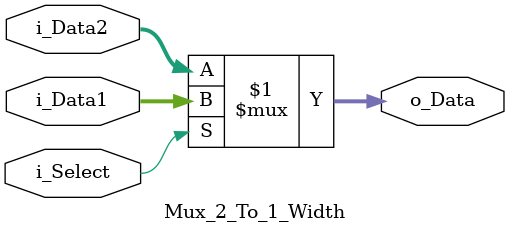
<source format=v>
`timescale 1ns / 1ps

module Mux_2_To_1_Width #(parameter g_WIDTH = 8)
  (input  i_Select,
   input  [g_WIDTH-1:0] i_Data1,
   input  [g_WIDTH-1:0] i_Data2,
   output [g_WIDTH-1:0] o_Data);
   
  assign o_Data = i_Select ? i_Data1 : i_Data2;
   
endmodule // Mux_2_To_1_Width
</source>
